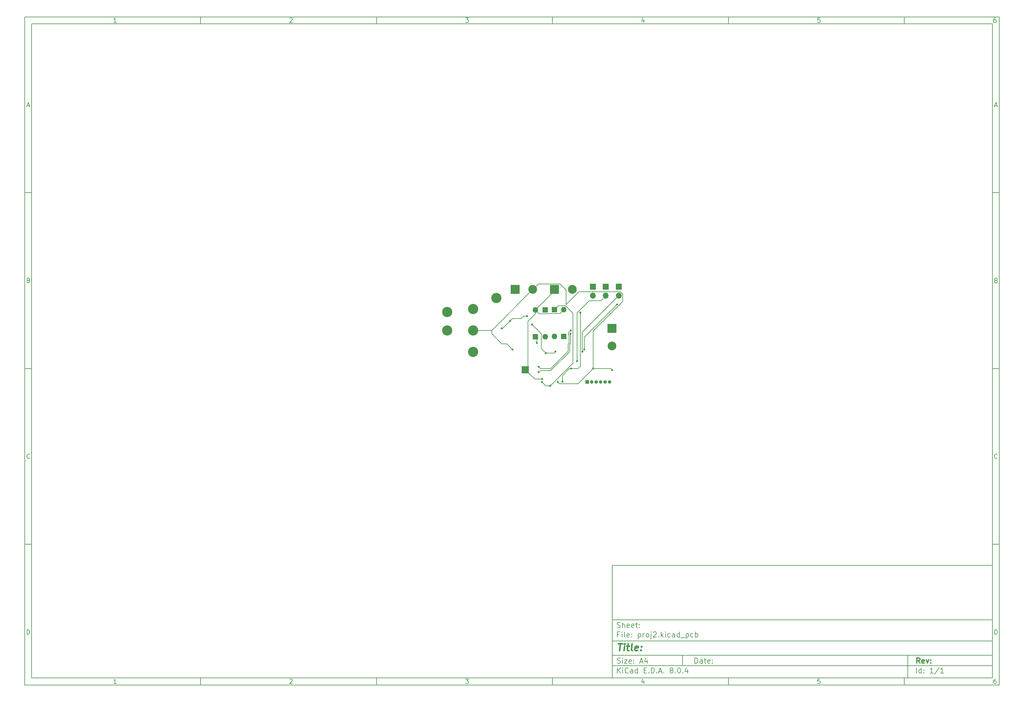
<source format=gbr>
%TF.GenerationSoftware,KiCad,Pcbnew,8.0.4*%
%TF.CreationDate,2024-08-22T11:34:41-04:00*%
%TF.ProjectId,proj2,70726f6a-322e-46b6-9963-61645f706362,rev?*%
%TF.SameCoordinates,Original*%
%TF.FileFunction,Copper,L2,Bot*%
%TF.FilePolarity,Positive*%
%FSLAX46Y46*%
G04 Gerber Fmt 4.6, Leading zero omitted, Abs format (unit mm)*
G04 Created by KiCad (PCBNEW 8.0.4) date 2024-08-22 11:34:41*
%MOMM*%
%LPD*%
G01*
G04 APERTURE LIST*
%ADD10C,0.100000*%
%ADD11C,0.150000*%
%ADD12C,0.300000*%
%ADD13C,0.400000*%
%TA.AperFunction,ComponentPad*%
%ADD14R,2.500000X2.500000*%
%TD*%
%TA.AperFunction,ComponentPad*%
%ADD15C,2.500000*%
%TD*%
%TA.AperFunction,ComponentPad*%
%ADD16R,1.600000X1.600000*%
%TD*%
%TA.AperFunction,ComponentPad*%
%ADD17O,1.600000X1.600000*%
%TD*%
%TA.AperFunction,ComponentPad*%
%ADD18C,2.900000*%
%TD*%
%TA.AperFunction,ComponentPad*%
%ADD19R,1.700000X1.700000*%
%TD*%
%TA.AperFunction,ComponentPad*%
%ADD20O,1.700000X1.700000*%
%TD*%
%TA.AperFunction,ComponentPad*%
%ADD21R,1.000000X1.000000*%
%TD*%
%TA.AperFunction,ComponentPad*%
%ADD22O,1.000000X1.000000*%
%TD*%
%TA.AperFunction,HeatsinkPad*%
%ADD23C,0.600000*%
%TD*%
%TA.AperFunction,HeatsinkPad*%
%ADD24R,2.100000X2.100000*%
%TD*%
%TA.AperFunction,ViaPad*%
%ADD25C,0.600000*%
%TD*%
%TA.AperFunction,Conductor*%
%ADD26C,0.200000*%
%TD*%
G04 APERTURE END LIST*
D10*
D11*
X177002200Y-166007200D02*
X285002200Y-166007200D01*
X285002200Y-198007200D01*
X177002200Y-198007200D01*
X177002200Y-166007200D01*
D10*
D11*
X10000000Y-10000000D02*
X287002200Y-10000000D01*
X287002200Y-200007200D01*
X10000000Y-200007200D01*
X10000000Y-10000000D01*
D10*
D11*
X12000000Y-12000000D02*
X285002200Y-12000000D01*
X285002200Y-198007200D01*
X12000000Y-198007200D01*
X12000000Y-12000000D01*
D10*
D11*
X60000000Y-12000000D02*
X60000000Y-10000000D01*
D10*
D11*
X110000000Y-12000000D02*
X110000000Y-10000000D01*
D10*
D11*
X160000000Y-12000000D02*
X160000000Y-10000000D01*
D10*
D11*
X210000000Y-12000000D02*
X210000000Y-10000000D01*
D10*
D11*
X260000000Y-12000000D02*
X260000000Y-10000000D01*
D10*
D11*
X36089160Y-11593604D02*
X35346303Y-11593604D01*
X35717731Y-11593604D02*
X35717731Y-10293604D01*
X35717731Y-10293604D02*
X35593922Y-10479319D01*
X35593922Y-10479319D02*
X35470112Y-10603128D01*
X35470112Y-10603128D02*
X35346303Y-10665033D01*
D10*
D11*
X85346303Y-10417414D02*
X85408207Y-10355509D01*
X85408207Y-10355509D02*
X85532017Y-10293604D01*
X85532017Y-10293604D02*
X85841541Y-10293604D01*
X85841541Y-10293604D02*
X85965350Y-10355509D01*
X85965350Y-10355509D02*
X86027255Y-10417414D01*
X86027255Y-10417414D02*
X86089160Y-10541223D01*
X86089160Y-10541223D02*
X86089160Y-10665033D01*
X86089160Y-10665033D02*
X86027255Y-10850747D01*
X86027255Y-10850747D02*
X85284398Y-11593604D01*
X85284398Y-11593604D02*
X86089160Y-11593604D01*
D10*
D11*
X135284398Y-10293604D02*
X136089160Y-10293604D01*
X136089160Y-10293604D02*
X135655826Y-10788842D01*
X135655826Y-10788842D02*
X135841541Y-10788842D01*
X135841541Y-10788842D02*
X135965350Y-10850747D01*
X135965350Y-10850747D02*
X136027255Y-10912652D01*
X136027255Y-10912652D02*
X136089160Y-11036461D01*
X136089160Y-11036461D02*
X136089160Y-11345985D01*
X136089160Y-11345985D02*
X136027255Y-11469795D01*
X136027255Y-11469795D02*
X135965350Y-11531700D01*
X135965350Y-11531700D02*
X135841541Y-11593604D01*
X135841541Y-11593604D02*
X135470112Y-11593604D01*
X135470112Y-11593604D02*
X135346303Y-11531700D01*
X135346303Y-11531700D02*
X135284398Y-11469795D01*
D10*
D11*
X185965350Y-10726938D02*
X185965350Y-11593604D01*
X185655826Y-10231700D02*
X185346303Y-11160271D01*
X185346303Y-11160271D02*
X186151064Y-11160271D01*
D10*
D11*
X236027255Y-10293604D02*
X235408207Y-10293604D01*
X235408207Y-10293604D02*
X235346303Y-10912652D01*
X235346303Y-10912652D02*
X235408207Y-10850747D01*
X235408207Y-10850747D02*
X235532017Y-10788842D01*
X235532017Y-10788842D02*
X235841541Y-10788842D01*
X235841541Y-10788842D02*
X235965350Y-10850747D01*
X235965350Y-10850747D02*
X236027255Y-10912652D01*
X236027255Y-10912652D02*
X236089160Y-11036461D01*
X236089160Y-11036461D02*
X236089160Y-11345985D01*
X236089160Y-11345985D02*
X236027255Y-11469795D01*
X236027255Y-11469795D02*
X235965350Y-11531700D01*
X235965350Y-11531700D02*
X235841541Y-11593604D01*
X235841541Y-11593604D02*
X235532017Y-11593604D01*
X235532017Y-11593604D02*
X235408207Y-11531700D01*
X235408207Y-11531700D02*
X235346303Y-11469795D01*
D10*
D11*
X285965350Y-10293604D02*
X285717731Y-10293604D01*
X285717731Y-10293604D02*
X285593922Y-10355509D01*
X285593922Y-10355509D02*
X285532017Y-10417414D01*
X285532017Y-10417414D02*
X285408207Y-10603128D01*
X285408207Y-10603128D02*
X285346303Y-10850747D01*
X285346303Y-10850747D02*
X285346303Y-11345985D01*
X285346303Y-11345985D02*
X285408207Y-11469795D01*
X285408207Y-11469795D02*
X285470112Y-11531700D01*
X285470112Y-11531700D02*
X285593922Y-11593604D01*
X285593922Y-11593604D02*
X285841541Y-11593604D01*
X285841541Y-11593604D02*
X285965350Y-11531700D01*
X285965350Y-11531700D02*
X286027255Y-11469795D01*
X286027255Y-11469795D02*
X286089160Y-11345985D01*
X286089160Y-11345985D02*
X286089160Y-11036461D01*
X286089160Y-11036461D02*
X286027255Y-10912652D01*
X286027255Y-10912652D02*
X285965350Y-10850747D01*
X285965350Y-10850747D02*
X285841541Y-10788842D01*
X285841541Y-10788842D02*
X285593922Y-10788842D01*
X285593922Y-10788842D02*
X285470112Y-10850747D01*
X285470112Y-10850747D02*
X285408207Y-10912652D01*
X285408207Y-10912652D02*
X285346303Y-11036461D01*
D10*
D11*
X60000000Y-198007200D02*
X60000000Y-200007200D01*
D10*
D11*
X110000000Y-198007200D02*
X110000000Y-200007200D01*
D10*
D11*
X160000000Y-198007200D02*
X160000000Y-200007200D01*
D10*
D11*
X210000000Y-198007200D02*
X210000000Y-200007200D01*
D10*
D11*
X260000000Y-198007200D02*
X260000000Y-200007200D01*
D10*
D11*
X36089160Y-199600804D02*
X35346303Y-199600804D01*
X35717731Y-199600804D02*
X35717731Y-198300804D01*
X35717731Y-198300804D02*
X35593922Y-198486519D01*
X35593922Y-198486519D02*
X35470112Y-198610328D01*
X35470112Y-198610328D02*
X35346303Y-198672233D01*
D10*
D11*
X85346303Y-198424614D02*
X85408207Y-198362709D01*
X85408207Y-198362709D02*
X85532017Y-198300804D01*
X85532017Y-198300804D02*
X85841541Y-198300804D01*
X85841541Y-198300804D02*
X85965350Y-198362709D01*
X85965350Y-198362709D02*
X86027255Y-198424614D01*
X86027255Y-198424614D02*
X86089160Y-198548423D01*
X86089160Y-198548423D02*
X86089160Y-198672233D01*
X86089160Y-198672233D02*
X86027255Y-198857947D01*
X86027255Y-198857947D02*
X85284398Y-199600804D01*
X85284398Y-199600804D02*
X86089160Y-199600804D01*
D10*
D11*
X135284398Y-198300804D02*
X136089160Y-198300804D01*
X136089160Y-198300804D02*
X135655826Y-198796042D01*
X135655826Y-198796042D02*
X135841541Y-198796042D01*
X135841541Y-198796042D02*
X135965350Y-198857947D01*
X135965350Y-198857947D02*
X136027255Y-198919852D01*
X136027255Y-198919852D02*
X136089160Y-199043661D01*
X136089160Y-199043661D02*
X136089160Y-199353185D01*
X136089160Y-199353185D02*
X136027255Y-199476995D01*
X136027255Y-199476995D02*
X135965350Y-199538900D01*
X135965350Y-199538900D02*
X135841541Y-199600804D01*
X135841541Y-199600804D02*
X135470112Y-199600804D01*
X135470112Y-199600804D02*
X135346303Y-199538900D01*
X135346303Y-199538900D02*
X135284398Y-199476995D01*
D10*
D11*
X185965350Y-198734138D02*
X185965350Y-199600804D01*
X185655826Y-198238900D02*
X185346303Y-199167471D01*
X185346303Y-199167471D02*
X186151064Y-199167471D01*
D10*
D11*
X236027255Y-198300804D02*
X235408207Y-198300804D01*
X235408207Y-198300804D02*
X235346303Y-198919852D01*
X235346303Y-198919852D02*
X235408207Y-198857947D01*
X235408207Y-198857947D02*
X235532017Y-198796042D01*
X235532017Y-198796042D02*
X235841541Y-198796042D01*
X235841541Y-198796042D02*
X235965350Y-198857947D01*
X235965350Y-198857947D02*
X236027255Y-198919852D01*
X236027255Y-198919852D02*
X236089160Y-199043661D01*
X236089160Y-199043661D02*
X236089160Y-199353185D01*
X236089160Y-199353185D02*
X236027255Y-199476995D01*
X236027255Y-199476995D02*
X235965350Y-199538900D01*
X235965350Y-199538900D02*
X235841541Y-199600804D01*
X235841541Y-199600804D02*
X235532017Y-199600804D01*
X235532017Y-199600804D02*
X235408207Y-199538900D01*
X235408207Y-199538900D02*
X235346303Y-199476995D01*
D10*
D11*
X285965350Y-198300804D02*
X285717731Y-198300804D01*
X285717731Y-198300804D02*
X285593922Y-198362709D01*
X285593922Y-198362709D02*
X285532017Y-198424614D01*
X285532017Y-198424614D02*
X285408207Y-198610328D01*
X285408207Y-198610328D02*
X285346303Y-198857947D01*
X285346303Y-198857947D02*
X285346303Y-199353185D01*
X285346303Y-199353185D02*
X285408207Y-199476995D01*
X285408207Y-199476995D02*
X285470112Y-199538900D01*
X285470112Y-199538900D02*
X285593922Y-199600804D01*
X285593922Y-199600804D02*
X285841541Y-199600804D01*
X285841541Y-199600804D02*
X285965350Y-199538900D01*
X285965350Y-199538900D02*
X286027255Y-199476995D01*
X286027255Y-199476995D02*
X286089160Y-199353185D01*
X286089160Y-199353185D02*
X286089160Y-199043661D01*
X286089160Y-199043661D02*
X286027255Y-198919852D01*
X286027255Y-198919852D02*
X285965350Y-198857947D01*
X285965350Y-198857947D02*
X285841541Y-198796042D01*
X285841541Y-198796042D02*
X285593922Y-198796042D01*
X285593922Y-198796042D02*
X285470112Y-198857947D01*
X285470112Y-198857947D02*
X285408207Y-198919852D01*
X285408207Y-198919852D02*
X285346303Y-199043661D01*
D10*
D11*
X10000000Y-60000000D02*
X12000000Y-60000000D01*
D10*
D11*
X10000000Y-110000000D02*
X12000000Y-110000000D01*
D10*
D11*
X10000000Y-160000000D02*
X12000000Y-160000000D01*
D10*
D11*
X10690476Y-35222176D02*
X11309523Y-35222176D01*
X10566666Y-35593604D02*
X10999999Y-34293604D01*
X10999999Y-34293604D02*
X11433333Y-35593604D01*
D10*
D11*
X11092857Y-84912652D02*
X11278571Y-84974557D01*
X11278571Y-84974557D02*
X11340476Y-85036461D01*
X11340476Y-85036461D02*
X11402380Y-85160271D01*
X11402380Y-85160271D02*
X11402380Y-85345985D01*
X11402380Y-85345985D02*
X11340476Y-85469795D01*
X11340476Y-85469795D02*
X11278571Y-85531700D01*
X11278571Y-85531700D02*
X11154761Y-85593604D01*
X11154761Y-85593604D02*
X10659523Y-85593604D01*
X10659523Y-85593604D02*
X10659523Y-84293604D01*
X10659523Y-84293604D02*
X11092857Y-84293604D01*
X11092857Y-84293604D02*
X11216666Y-84355509D01*
X11216666Y-84355509D02*
X11278571Y-84417414D01*
X11278571Y-84417414D02*
X11340476Y-84541223D01*
X11340476Y-84541223D02*
X11340476Y-84665033D01*
X11340476Y-84665033D02*
X11278571Y-84788842D01*
X11278571Y-84788842D02*
X11216666Y-84850747D01*
X11216666Y-84850747D02*
X11092857Y-84912652D01*
X11092857Y-84912652D02*
X10659523Y-84912652D01*
D10*
D11*
X11402380Y-135469795D02*
X11340476Y-135531700D01*
X11340476Y-135531700D02*
X11154761Y-135593604D01*
X11154761Y-135593604D02*
X11030952Y-135593604D01*
X11030952Y-135593604D02*
X10845238Y-135531700D01*
X10845238Y-135531700D02*
X10721428Y-135407890D01*
X10721428Y-135407890D02*
X10659523Y-135284080D01*
X10659523Y-135284080D02*
X10597619Y-135036461D01*
X10597619Y-135036461D02*
X10597619Y-134850747D01*
X10597619Y-134850747D02*
X10659523Y-134603128D01*
X10659523Y-134603128D02*
X10721428Y-134479319D01*
X10721428Y-134479319D02*
X10845238Y-134355509D01*
X10845238Y-134355509D02*
X11030952Y-134293604D01*
X11030952Y-134293604D02*
X11154761Y-134293604D01*
X11154761Y-134293604D02*
X11340476Y-134355509D01*
X11340476Y-134355509D02*
X11402380Y-134417414D01*
D10*
D11*
X10659523Y-185593604D02*
X10659523Y-184293604D01*
X10659523Y-184293604D02*
X10969047Y-184293604D01*
X10969047Y-184293604D02*
X11154761Y-184355509D01*
X11154761Y-184355509D02*
X11278571Y-184479319D01*
X11278571Y-184479319D02*
X11340476Y-184603128D01*
X11340476Y-184603128D02*
X11402380Y-184850747D01*
X11402380Y-184850747D02*
X11402380Y-185036461D01*
X11402380Y-185036461D02*
X11340476Y-185284080D01*
X11340476Y-185284080D02*
X11278571Y-185407890D01*
X11278571Y-185407890D02*
X11154761Y-185531700D01*
X11154761Y-185531700D02*
X10969047Y-185593604D01*
X10969047Y-185593604D02*
X10659523Y-185593604D01*
D10*
D11*
X287002200Y-60000000D02*
X285002200Y-60000000D01*
D10*
D11*
X287002200Y-110000000D02*
X285002200Y-110000000D01*
D10*
D11*
X287002200Y-160000000D02*
X285002200Y-160000000D01*
D10*
D11*
X285692676Y-35222176D02*
X286311723Y-35222176D01*
X285568866Y-35593604D02*
X286002199Y-34293604D01*
X286002199Y-34293604D02*
X286435533Y-35593604D01*
D10*
D11*
X286095057Y-84912652D02*
X286280771Y-84974557D01*
X286280771Y-84974557D02*
X286342676Y-85036461D01*
X286342676Y-85036461D02*
X286404580Y-85160271D01*
X286404580Y-85160271D02*
X286404580Y-85345985D01*
X286404580Y-85345985D02*
X286342676Y-85469795D01*
X286342676Y-85469795D02*
X286280771Y-85531700D01*
X286280771Y-85531700D02*
X286156961Y-85593604D01*
X286156961Y-85593604D02*
X285661723Y-85593604D01*
X285661723Y-85593604D02*
X285661723Y-84293604D01*
X285661723Y-84293604D02*
X286095057Y-84293604D01*
X286095057Y-84293604D02*
X286218866Y-84355509D01*
X286218866Y-84355509D02*
X286280771Y-84417414D01*
X286280771Y-84417414D02*
X286342676Y-84541223D01*
X286342676Y-84541223D02*
X286342676Y-84665033D01*
X286342676Y-84665033D02*
X286280771Y-84788842D01*
X286280771Y-84788842D02*
X286218866Y-84850747D01*
X286218866Y-84850747D02*
X286095057Y-84912652D01*
X286095057Y-84912652D02*
X285661723Y-84912652D01*
D10*
D11*
X286404580Y-135469795D02*
X286342676Y-135531700D01*
X286342676Y-135531700D02*
X286156961Y-135593604D01*
X286156961Y-135593604D02*
X286033152Y-135593604D01*
X286033152Y-135593604D02*
X285847438Y-135531700D01*
X285847438Y-135531700D02*
X285723628Y-135407890D01*
X285723628Y-135407890D02*
X285661723Y-135284080D01*
X285661723Y-135284080D02*
X285599819Y-135036461D01*
X285599819Y-135036461D02*
X285599819Y-134850747D01*
X285599819Y-134850747D02*
X285661723Y-134603128D01*
X285661723Y-134603128D02*
X285723628Y-134479319D01*
X285723628Y-134479319D02*
X285847438Y-134355509D01*
X285847438Y-134355509D02*
X286033152Y-134293604D01*
X286033152Y-134293604D02*
X286156961Y-134293604D01*
X286156961Y-134293604D02*
X286342676Y-134355509D01*
X286342676Y-134355509D02*
X286404580Y-134417414D01*
D10*
D11*
X285661723Y-185593604D02*
X285661723Y-184293604D01*
X285661723Y-184293604D02*
X285971247Y-184293604D01*
X285971247Y-184293604D02*
X286156961Y-184355509D01*
X286156961Y-184355509D02*
X286280771Y-184479319D01*
X286280771Y-184479319D02*
X286342676Y-184603128D01*
X286342676Y-184603128D02*
X286404580Y-184850747D01*
X286404580Y-184850747D02*
X286404580Y-185036461D01*
X286404580Y-185036461D02*
X286342676Y-185284080D01*
X286342676Y-185284080D02*
X286280771Y-185407890D01*
X286280771Y-185407890D02*
X286156961Y-185531700D01*
X286156961Y-185531700D02*
X285971247Y-185593604D01*
X285971247Y-185593604D02*
X285661723Y-185593604D01*
D10*
D11*
X200458026Y-193793328D02*
X200458026Y-192293328D01*
X200458026Y-192293328D02*
X200815169Y-192293328D01*
X200815169Y-192293328D02*
X201029455Y-192364757D01*
X201029455Y-192364757D02*
X201172312Y-192507614D01*
X201172312Y-192507614D02*
X201243741Y-192650471D01*
X201243741Y-192650471D02*
X201315169Y-192936185D01*
X201315169Y-192936185D02*
X201315169Y-193150471D01*
X201315169Y-193150471D02*
X201243741Y-193436185D01*
X201243741Y-193436185D02*
X201172312Y-193579042D01*
X201172312Y-193579042D02*
X201029455Y-193721900D01*
X201029455Y-193721900D02*
X200815169Y-193793328D01*
X200815169Y-193793328D02*
X200458026Y-193793328D01*
X202600884Y-193793328D02*
X202600884Y-193007614D01*
X202600884Y-193007614D02*
X202529455Y-192864757D01*
X202529455Y-192864757D02*
X202386598Y-192793328D01*
X202386598Y-192793328D02*
X202100884Y-192793328D01*
X202100884Y-192793328D02*
X201958026Y-192864757D01*
X202600884Y-193721900D02*
X202458026Y-193793328D01*
X202458026Y-193793328D02*
X202100884Y-193793328D01*
X202100884Y-193793328D02*
X201958026Y-193721900D01*
X201958026Y-193721900D02*
X201886598Y-193579042D01*
X201886598Y-193579042D02*
X201886598Y-193436185D01*
X201886598Y-193436185D02*
X201958026Y-193293328D01*
X201958026Y-193293328D02*
X202100884Y-193221900D01*
X202100884Y-193221900D02*
X202458026Y-193221900D01*
X202458026Y-193221900D02*
X202600884Y-193150471D01*
X203100884Y-192793328D02*
X203672312Y-192793328D01*
X203315169Y-192293328D02*
X203315169Y-193579042D01*
X203315169Y-193579042D02*
X203386598Y-193721900D01*
X203386598Y-193721900D02*
X203529455Y-193793328D01*
X203529455Y-193793328D02*
X203672312Y-193793328D01*
X204743741Y-193721900D02*
X204600884Y-193793328D01*
X204600884Y-193793328D02*
X204315170Y-193793328D01*
X204315170Y-193793328D02*
X204172312Y-193721900D01*
X204172312Y-193721900D02*
X204100884Y-193579042D01*
X204100884Y-193579042D02*
X204100884Y-193007614D01*
X204100884Y-193007614D02*
X204172312Y-192864757D01*
X204172312Y-192864757D02*
X204315170Y-192793328D01*
X204315170Y-192793328D02*
X204600884Y-192793328D01*
X204600884Y-192793328D02*
X204743741Y-192864757D01*
X204743741Y-192864757D02*
X204815170Y-193007614D01*
X204815170Y-193007614D02*
X204815170Y-193150471D01*
X204815170Y-193150471D02*
X204100884Y-193293328D01*
X205458026Y-193650471D02*
X205529455Y-193721900D01*
X205529455Y-193721900D02*
X205458026Y-193793328D01*
X205458026Y-193793328D02*
X205386598Y-193721900D01*
X205386598Y-193721900D02*
X205458026Y-193650471D01*
X205458026Y-193650471D02*
X205458026Y-193793328D01*
X205458026Y-192864757D02*
X205529455Y-192936185D01*
X205529455Y-192936185D02*
X205458026Y-193007614D01*
X205458026Y-193007614D02*
X205386598Y-192936185D01*
X205386598Y-192936185D02*
X205458026Y-192864757D01*
X205458026Y-192864757D02*
X205458026Y-193007614D01*
D10*
D11*
X177002200Y-194507200D02*
X285002200Y-194507200D01*
D10*
D11*
X178458026Y-196593328D02*
X178458026Y-195093328D01*
X179315169Y-196593328D02*
X178672312Y-195736185D01*
X179315169Y-195093328D02*
X178458026Y-195950471D01*
X179958026Y-196593328D02*
X179958026Y-195593328D01*
X179958026Y-195093328D02*
X179886598Y-195164757D01*
X179886598Y-195164757D02*
X179958026Y-195236185D01*
X179958026Y-195236185D02*
X180029455Y-195164757D01*
X180029455Y-195164757D02*
X179958026Y-195093328D01*
X179958026Y-195093328D02*
X179958026Y-195236185D01*
X181529455Y-196450471D02*
X181458027Y-196521900D01*
X181458027Y-196521900D02*
X181243741Y-196593328D01*
X181243741Y-196593328D02*
X181100884Y-196593328D01*
X181100884Y-196593328D02*
X180886598Y-196521900D01*
X180886598Y-196521900D02*
X180743741Y-196379042D01*
X180743741Y-196379042D02*
X180672312Y-196236185D01*
X180672312Y-196236185D02*
X180600884Y-195950471D01*
X180600884Y-195950471D02*
X180600884Y-195736185D01*
X180600884Y-195736185D02*
X180672312Y-195450471D01*
X180672312Y-195450471D02*
X180743741Y-195307614D01*
X180743741Y-195307614D02*
X180886598Y-195164757D01*
X180886598Y-195164757D02*
X181100884Y-195093328D01*
X181100884Y-195093328D02*
X181243741Y-195093328D01*
X181243741Y-195093328D02*
X181458027Y-195164757D01*
X181458027Y-195164757D02*
X181529455Y-195236185D01*
X182815170Y-196593328D02*
X182815170Y-195807614D01*
X182815170Y-195807614D02*
X182743741Y-195664757D01*
X182743741Y-195664757D02*
X182600884Y-195593328D01*
X182600884Y-195593328D02*
X182315170Y-195593328D01*
X182315170Y-195593328D02*
X182172312Y-195664757D01*
X182815170Y-196521900D02*
X182672312Y-196593328D01*
X182672312Y-196593328D02*
X182315170Y-196593328D01*
X182315170Y-196593328D02*
X182172312Y-196521900D01*
X182172312Y-196521900D02*
X182100884Y-196379042D01*
X182100884Y-196379042D02*
X182100884Y-196236185D01*
X182100884Y-196236185D02*
X182172312Y-196093328D01*
X182172312Y-196093328D02*
X182315170Y-196021900D01*
X182315170Y-196021900D02*
X182672312Y-196021900D01*
X182672312Y-196021900D02*
X182815170Y-195950471D01*
X184172313Y-196593328D02*
X184172313Y-195093328D01*
X184172313Y-196521900D02*
X184029455Y-196593328D01*
X184029455Y-196593328D02*
X183743741Y-196593328D01*
X183743741Y-196593328D02*
X183600884Y-196521900D01*
X183600884Y-196521900D02*
X183529455Y-196450471D01*
X183529455Y-196450471D02*
X183458027Y-196307614D01*
X183458027Y-196307614D02*
X183458027Y-195879042D01*
X183458027Y-195879042D02*
X183529455Y-195736185D01*
X183529455Y-195736185D02*
X183600884Y-195664757D01*
X183600884Y-195664757D02*
X183743741Y-195593328D01*
X183743741Y-195593328D02*
X184029455Y-195593328D01*
X184029455Y-195593328D02*
X184172313Y-195664757D01*
X186029455Y-195807614D02*
X186529455Y-195807614D01*
X186743741Y-196593328D02*
X186029455Y-196593328D01*
X186029455Y-196593328D02*
X186029455Y-195093328D01*
X186029455Y-195093328D02*
X186743741Y-195093328D01*
X187386598Y-196450471D02*
X187458027Y-196521900D01*
X187458027Y-196521900D02*
X187386598Y-196593328D01*
X187386598Y-196593328D02*
X187315170Y-196521900D01*
X187315170Y-196521900D02*
X187386598Y-196450471D01*
X187386598Y-196450471D02*
X187386598Y-196593328D01*
X188100884Y-196593328D02*
X188100884Y-195093328D01*
X188100884Y-195093328D02*
X188458027Y-195093328D01*
X188458027Y-195093328D02*
X188672313Y-195164757D01*
X188672313Y-195164757D02*
X188815170Y-195307614D01*
X188815170Y-195307614D02*
X188886599Y-195450471D01*
X188886599Y-195450471D02*
X188958027Y-195736185D01*
X188958027Y-195736185D02*
X188958027Y-195950471D01*
X188958027Y-195950471D02*
X188886599Y-196236185D01*
X188886599Y-196236185D02*
X188815170Y-196379042D01*
X188815170Y-196379042D02*
X188672313Y-196521900D01*
X188672313Y-196521900D02*
X188458027Y-196593328D01*
X188458027Y-196593328D02*
X188100884Y-196593328D01*
X189600884Y-196450471D02*
X189672313Y-196521900D01*
X189672313Y-196521900D02*
X189600884Y-196593328D01*
X189600884Y-196593328D02*
X189529456Y-196521900D01*
X189529456Y-196521900D02*
X189600884Y-196450471D01*
X189600884Y-196450471D02*
X189600884Y-196593328D01*
X190243742Y-196164757D02*
X190958028Y-196164757D01*
X190100885Y-196593328D02*
X190600885Y-195093328D01*
X190600885Y-195093328D02*
X191100885Y-196593328D01*
X191600884Y-196450471D02*
X191672313Y-196521900D01*
X191672313Y-196521900D02*
X191600884Y-196593328D01*
X191600884Y-196593328D02*
X191529456Y-196521900D01*
X191529456Y-196521900D02*
X191600884Y-196450471D01*
X191600884Y-196450471D02*
X191600884Y-196593328D01*
X193672313Y-195736185D02*
X193529456Y-195664757D01*
X193529456Y-195664757D02*
X193458027Y-195593328D01*
X193458027Y-195593328D02*
X193386599Y-195450471D01*
X193386599Y-195450471D02*
X193386599Y-195379042D01*
X193386599Y-195379042D02*
X193458027Y-195236185D01*
X193458027Y-195236185D02*
X193529456Y-195164757D01*
X193529456Y-195164757D02*
X193672313Y-195093328D01*
X193672313Y-195093328D02*
X193958027Y-195093328D01*
X193958027Y-195093328D02*
X194100885Y-195164757D01*
X194100885Y-195164757D02*
X194172313Y-195236185D01*
X194172313Y-195236185D02*
X194243742Y-195379042D01*
X194243742Y-195379042D02*
X194243742Y-195450471D01*
X194243742Y-195450471D02*
X194172313Y-195593328D01*
X194172313Y-195593328D02*
X194100885Y-195664757D01*
X194100885Y-195664757D02*
X193958027Y-195736185D01*
X193958027Y-195736185D02*
X193672313Y-195736185D01*
X193672313Y-195736185D02*
X193529456Y-195807614D01*
X193529456Y-195807614D02*
X193458027Y-195879042D01*
X193458027Y-195879042D02*
X193386599Y-196021900D01*
X193386599Y-196021900D02*
X193386599Y-196307614D01*
X193386599Y-196307614D02*
X193458027Y-196450471D01*
X193458027Y-196450471D02*
X193529456Y-196521900D01*
X193529456Y-196521900D02*
X193672313Y-196593328D01*
X193672313Y-196593328D02*
X193958027Y-196593328D01*
X193958027Y-196593328D02*
X194100885Y-196521900D01*
X194100885Y-196521900D02*
X194172313Y-196450471D01*
X194172313Y-196450471D02*
X194243742Y-196307614D01*
X194243742Y-196307614D02*
X194243742Y-196021900D01*
X194243742Y-196021900D02*
X194172313Y-195879042D01*
X194172313Y-195879042D02*
X194100885Y-195807614D01*
X194100885Y-195807614D02*
X193958027Y-195736185D01*
X194886598Y-196450471D02*
X194958027Y-196521900D01*
X194958027Y-196521900D02*
X194886598Y-196593328D01*
X194886598Y-196593328D02*
X194815170Y-196521900D01*
X194815170Y-196521900D02*
X194886598Y-196450471D01*
X194886598Y-196450471D02*
X194886598Y-196593328D01*
X195886599Y-195093328D02*
X196029456Y-195093328D01*
X196029456Y-195093328D02*
X196172313Y-195164757D01*
X196172313Y-195164757D02*
X196243742Y-195236185D01*
X196243742Y-195236185D02*
X196315170Y-195379042D01*
X196315170Y-195379042D02*
X196386599Y-195664757D01*
X196386599Y-195664757D02*
X196386599Y-196021900D01*
X196386599Y-196021900D02*
X196315170Y-196307614D01*
X196315170Y-196307614D02*
X196243742Y-196450471D01*
X196243742Y-196450471D02*
X196172313Y-196521900D01*
X196172313Y-196521900D02*
X196029456Y-196593328D01*
X196029456Y-196593328D02*
X195886599Y-196593328D01*
X195886599Y-196593328D02*
X195743742Y-196521900D01*
X195743742Y-196521900D02*
X195672313Y-196450471D01*
X195672313Y-196450471D02*
X195600884Y-196307614D01*
X195600884Y-196307614D02*
X195529456Y-196021900D01*
X195529456Y-196021900D02*
X195529456Y-195664757D01*
X195529456Y-195664757D02*
X195600884Y-195379042D01*
X195600884Y-195379042D02*
X195672313Y-195236185D01*
X195672313Y-195236185D02*
X195743742Y-195164757D01*
X195743742Y-195164757D02*
X195886599Y-195093328D01*
X197029455Y-196450471D02*
X197100884Y-196521900D01*
X197100884Y-196521900D02*
X197029455Y-196593328D01*
X197029455Y-196593328D02*
X196958027Y-196521900D01*
X196958027Y-196521900D02*
X197029455Y-196450471D01*
X197029455Y-196450471D02*
X197029455Y-196593328D01*
X198386599Y-195593328D02*
X198386599Y-196593328D01*
X198029456Y-195021900D02*
X197672313Y-196093328D01*
X197672313Y-196093328D02*
X198600884Y-196093328D01*
D10*
D11*
X177002200Y-191507200D02*
X285002200Y-191507200D01*
D10*
D12*
X264413853Y-193785528D02*
X263913853Y-193071242D01*
X263556710Y-193785528D02*
X263556710Y-192285528D01*
X263556710Y-192285528D02*
X264128139Y-192285528D01*
X264128139Y-192285528D02*
X264270996Y-192356957D01*
X264270996Y-192356957D02*
X264342425Y-192428385D01*
X264342425Y-192428385D02*
X264413853Y-192571242D01*
X264413853Y-192571242D02*
X264413853Y-192785528D01*
X264413853Y-192785528D02*
X264342425Y-192928385D01*
X264342425Y-192928385D02*
X264270996Y-192999814D01*
X264270996Y-192999814D02*
X264128139Y-193071242D01*
X264128139Y-193071242D02*
X263556710Y-193071242D01*
X265628139Y-193714100D02*
X265485282Y-193785528D01*
X265485282Y-193785528D02*
X265199568Y-193785528D01*
X265199568Y-193785528D02*
X265056710Y-193714100D01*
X265056710Y-193714100D02*
X264985282Y-193571242D01*
X264985282Y-193571242D02*
X264985282Y-192999814D01*
X264985282Y-192999814D02*
X265056710Y-192856957D01*
X265056710Y-192856957D02*
X265199568Y-192785528D01*
X265199568Y-192785528D02*
X265485282Y-192785528D01*
X265485282Y-192785528D02*
X265628139Y-192856957D01*
X265628139Y-192856957D02*
X265699568Y-192999814D01*
X265699568Y-192999814D02*
X265699568Y-193142671D01*
X265699568Y-193142671D02*
X264985282Y-193285528D01*
X266199567Y-192785528D02*
X266556710Y-193785528D01*
X266556710Y-193785528D02*
X266913853Y-192785528D01*
X267485281Y-193642671D02*
X267556710Y-193714100D01*
X267556710Y-193714100D02*
X267485281Y-193785528D01*
X267485281Y-193785528D02*
X267413853Y-193714100D01*
X267413853Y-193714100D02*
X267485281Y-193642671D01*
X267485281Y-193642671D02*
X267485281Y-193785528D01*
X267485281Y-192856957D02*
X267556710Y-192928385D01*
X267556710Y-192928385D02*
X267485281Y-192999814D01*
X267485281Y-192999814D02*
X267413853Y-192928385D01*
X267413853Y-192928385D02*
X267485281Y-192856957D01*
X267485281Y-192856957D02*
X267485281Y-192999814D01*
D10*
D11*
X178386598Y-193721900D02*
X178600884Y-193793328D01*
X178600884Y-193793328D02*
X178958026Y-193793328D01*
X178958026Y-193793328D02*
X179100884Y-193721900D01*
X179100884Y-193721900D02*
X179172312Y-193650471D01*
X179172312Y-193650471D02*
X179243741Y-193507614D01*
X179243741Y-193507614D02*
X179243741Y-193364757D01*
X179243741Y-193364757D02*
X179172312Y-193221900D01*
X179172312Y-193221900D02*
X179100884Y-193150471D01*
X179100884Y-193150471D02*
X178958026Y-193079042D01*
X178958026Y-193079042D02*
X178672312Y-193007614D01*
X178672312Y-193007614D02*
X178529455Y-192936185D01*
X178529455Y-192936185D02*
X178458026Y-192864757D01*
X178458026Y-192864757D02*
X178386598Y-192721900D01*
X178386598Y-192721900D02*
X178386598Y-192579042D01*
X178386598Y-192579042D02*
X178458026Y-192436185D01*
X178458026Y-192436185D02*
X178529455Y-192364757D01*
X178529455Y-192364757D02*
X178672312Y-192293328D01*
X178672312Y-192293328D02*
X179029455Y-192293328D01*
X179029455Y-192293328D02*
X179243741Y-192364757D01*
X179886597Y-193793328D02*
X179886597Y-192793328D01*
X179886597Y-192293328D02*
X179815169Y-192364757D01*
X179815169Y-192364757D02*
X179886597Y-192436185D01*
X179886597Y-192436185D02*
X179958026Y-192364757D01*
X179958026Y-192364757D02*
X179886597Y-192293328D01*
X179886597Y-192293328D02*
X179886597Y-192436185D01*
X180458026Y-192793328D02*
X181243741Y-192793328D01*
X181243741Y-192793328D02*
X180458026Y-193793328D01*
X180458026Y-193793328D02*
X181243741Y-193793328D01*
X182386598Y-193721900D02*
X182243741Y-193793328D01*
X182243741Y-193793328D02*
X181958027Y-193793328D01*
X181958027Y-193793328D02*
X181815169Y-193721900D01*
X181815169Y-193721900D02*
X181743741Y-193579042D01*
X181743741Y-193579042D02*
X181743741Y-193007614D01*
X181743741Y-193007614D02*
X181815169Y-192864757D01*
X181815169Y-192864757D02*
X181958027Y-192793328D01*
X181958027Y-192793328D02*
X182243741Y-192793328D01*
X182243741Y-192793328D02*
X182386598Y-192864757D01*
X182386598Y-192864757D02*
X182458027Y-193007614D01*
X182458027Y-193007614D02*
X182458027Y-193150471D01*
X182458027Y-193150471D02*
X181743741Y-193293328D01*
X183100883Y-193650471D02*
X183172312Y-193721900D01*
X183172312Y-193721900D02*
X183100883Y-193793328D01*
X183100883Y-193793328D02*
X183029455Y-193721900D01*
X183029455Y-193721900D02*
X183100883Y-193650471D01*
X183100883Y-193650471D02*
X183100883Y-193793328D01*
X183100883Y-192864757D02*
X183172312Y-192936185D01*
X183172312Y-192936185D02*
X183100883Y-193007614D01*
X183100883Y-193007614D02*
X183029455Y-192936185D01*
X183029455Y-192936185D02*
X183100883Y-192864757D01*
X183100883Y-192864757D02*
X183100883Y-193007614D01*
X184886598Y-193364757D02*
X185600884Y-193364757D01*
X184743741Y-193793328D02*
X185243741Y-192293328D01*
X185243741Y-192293328D02*
X185743741Y-193793328D01*
X186886598Y-192793328D02*
X186886598Y-193793328D01*
X186529455Y-192221900D02*
X186172312Y-193293328D01*
X186172312Y-193293328D02*
X187100883Y-193293328D01*
D10*
D11*
X263458026Y-196593328D02*
X263458026Y-195093328D01*
X264815170Y-196593328D02*
X264815170Y-195093328D01*
X264815170Y-196521900D02*
X264672312Y-196593328D01*
X264672312Y-196593328D02*
X264386598Y-196593328D01*
X264386598Y-196593328D02*
X264243741Y-196521900D01*
X264243741Y-196521900D02*
X264172312Y-196450471D01*
X264172312Y-196450471D02*
X264100884Y-196307614D01*
X264100884Y-196307614D02*
X264100884Y-195879042D01*
X264100884Y-195879042D02*
X264172312Y-195736185D01*
X264172312Y-195736185D02*
X264243741Y-195664757D01*
X264243741Y-195664757D02*
X264386598Y-195593328D01*
X264386598Y-195593328D02*
X264672312Y-195593328D01*
X264672312Y-195593328D02*
X264815170Y-195664757D01*
X265529455Y-196450471D02*
X265600884Y-196521900D01*
X265600884Y-196521900D02*
X265529455Y-196593328D01*
X265529455Y-196593328D02*
X265458027Y-196521900D01*
X265458027Y-196521900D02*
X265529455Y-196450471D01*
X265529455Y-196450471D02*
X265529455Y-196593328D01*
X265529455Y-195664757D02*
X265600884Y-195736185D01*
X265600884Y-195736185D02*
X265529455Y-195807614D01*
X265529455Y-195807614D02*
X265458027Y-195736185D01*
X265458027Y-195736185D02*
X265529455Y-195664757D01*
X265529455Y-195664757D02*
X265529455Y-195807614D01*
X268172313Y-196593328D02*
X267315170Y-196593328D01*
X267743741Y-196593328D02*
X267743741Y-195093328D01*
X267743741Y-195093328D02*
X267600884Y-195307614D01*
X267600884Y-195307614D02*
X267458027Y-195450471D01*
X267458027Y-195450471D02*
X267315170Y-195521900D01*
X269886598Y-195021900D02*
X268600884Y-196950471D01*
X271172313Y-196593328D02*
X270315170Y-196593328D01*
X270743741Y-196593328D02*
X270743741Y-195093328D01*
X270743741Y-195093328D02*
X270600884Y-195307614D01*
X270600884Y-195307614D02*
X270458027Y-195450471D01*
X270458027Y-195450471D02*
X270315170Y-195521900D01*
D10*
D11*
X177002200Y-187507200D02*
X285002200Y-187507200D01*
D10*
D13*
X178693928Y-188211638D02*
X179836785Y-188211638D01*
X179015357Y-190211638D02*
X179265357Y-188211638D01*
X180253452Y-190211638D02*
X180420119Y-188878304D01*
X180503452Y-188211638D02*
X180396309Y-188306876D01*
X180396309Y-188306876D02*
X180479643Y-188402114D01*
X180479643Y-188402114D02*
X180586786Y-188306876D01*
X180586786Y-188306876D02*
X180503452Y-188211638D01*
X180503452Y-188211638D02*
X180479643Y-188402114D01*
X181086786Y-188878304D02*
X181848690Y-188878304D01*
X181455833Y-188211638D02*
X181241548Y-189925923D01*
X181241548Y-189925923D02*
X181312976Y-190116400D01*
X181312976Y-190116400D02*
X181491548Y-190211638D01*
X181491548Y-190211638D02*
X181682024Y-190211638D01*
X182634405Y-190211638D02*
X182455833Y-190116400D01*
X182455833Y-190116400D02*
X182384405Y-189925923D01*
X182384405Y-189925923D02*
X182598690Y-188211638D01*
X184170119Y-190116400D02*
X183967738Y-190211638D01*
X183967738Y-190211638D02*
X183586785Y-190211638D01*
X183586785Y-190211638D02*
X183408214Y-190116400D01*
X183408214Y-190116400D02*
X183336785Y-189925923D01*
X183336785Y-189925923D02*
X183432024Y-189164019D01*
X183432024Y-189164019D02*
X183551071Y-188973542D01*
X183551071Y-188973542D02*
X183753452Y-188878304D01*
X183753452Y-188878304D02*
X184134404Y-188878304D01*
X184134404Y-188878304D02*
X184312976Y-188973542D01*
X184312976Y-188973542D02*
X184384404Y-189164019D01*
X184384404Y-189164019D02*
X184360595Y-189354495D01*
X184360595Y-189354495D02*
X183384404Y-189544971D01*
X185134405Y-190021161D02*
X185217738Y-190116400D01*
X185217738Y-190116400D02*
X185110595Y-190211638D01*
X185110595Y-190211638D02*
X185027262Y-190116400D01*
X185027262Y-190116400D02*
X185134405Y-190021161D01*
X185134405Y-190021161D02*
X185110595Y-190211638D01*
X185265357Y-188973542D02*
X185348690Y-189068780D01*
X185348690Y-189068780D02*
X185241548Y-189164019D01*
X185241548Y-189164019D02*
X185158214Y-189068780D01*
X185158214Y-189068780D02*
X185265357Y-188973542D01*
X185265357Y-188973542D02*
X185241548Y-189164019D01*
D10*
D11*
X178958026Y-185607614D02*
X178458026Y-185607614D01*
X178458026Y-186393328D02*
X178458026Y-184893328D01*
X178458026Y-184893328D02*
X179172312Y-184893328D01*
X179743740Y-186393328D02*
X179743740Y-185393328D01*
X179743740Y-184893328D02*
X179672312Y-184964757D01*
X179672312Y-184964757D02*
X179743740Y-185036185D01*
X179743740Y-185036185D02*
X179815169Y-184964757D01*
X179815169Y-184964757D02*
X179743740Y-184893328D01*
X179743740Y-184893328D02*
X179743740Y-185036185D01*
X180672312Y-186393328D02*
X180529455Y-186321900D01*
X180529455Y-186321900D02*
X180458026Y-186179042D01*
X180458026Y-186179042D02*
X180458026Y-184893328D01*
X181815169Y-186321900D02*
X181672312Y-186393328D01*
X181672312Y-186393328D02*
X181386598Y-186393328D01*
X181386598Y-186393328D02*
X181243740Y-186321900D01*
X181243740Y-186321900D02*
X181172312Y-186179042D01*
X181172312Y-186179042D02*
X181172312Y-185607614D01*
X181172312Y-185607614D02*
X181243740Y-185464757D01*
X181243740Y-185464757D02*
X181386598Y-185393328D01*
X181386598Y-185393328D02*
X181672312Y-185393328D01*
X181672312Y-185393328D02*
X181815169Y-185464757D01*
X181815169Y-185464757D02*
X181886598Y-185607614D01*
X181886598Y-185607614D02*
X181886598Y-185750471D01*
X181886598Y-185750471D02*
X181172312Y-185893328D01*
X182529454Y-186250471D02*
X182600883Y-186321900D01*
X182600883Y-186321900D02*
X182529454Y-186393328D01*
X182529454Y-186393328D02*
X182458026Y-186321900D01*
X182458026Y-186321900D02*
X182529454Y-186250471D01*
X182529454Y-186250471D02*
X182529454Y-186393328D01*
X182529454Y-185464757D02*
X182600883Y-185536185D01*
X182600883Y-185536185D02*
X182529454Y-185607614D01*
X182529454Y-185607614D02*
X182458026Y-185536185D01*
X182458026Y-185536185D02*
X182529454Y-185464757D01*
X182529454Y-185464757D02*
X182529454Y-185607614D01*
X184386597Y-185393328D02*
X184386597Y-186893328D01*
X184386597Y-185464757D02*
X184529455Y-185393328D01*
X184529455Y-185393328D02*
X184815169Y-185393328D01*
X184815169Y-185393328D02*
X184958026Y-185464757D01*
X184958026Y-185464757D02*
X185029455Y-185536185D01*
X185029455Y-185536185D02*
X185100883Y-185679042D01*
X185100883Y-185679042D02*
X185100883Y-186107614D01*
X185100883Y-186107614D02*
X185029455Y-186250471D01*
X185029455Y-186250471D02*
X184958026Y-186321900D01*
X184958026Y-186321900D02*
X184815169Y-186393328D01*
X184815169Y-186393328D02*
X184529455Y-186393328D01*
X184529455Y-186393328D02*
X184386597Y-186321900D01*
X185743740Y-186393328D02*
X185743740Y-185393328D01*
X185743740Y-185679042D02*
X185815169Y-185536185D01*
X185815169Y-185536185D02*
X185886598Y-185464757D01*
X185886598Y-185464757D02*
X186029455Y-185393328D01*
X186029455Y-185393328D02*
X186172312Y-185393328D01*
X186886597Y-186393328D02*
X186743740Y-186321900D01*
X186743740Y-186321900D02*
X186672311Y-186250471D01*
X186672311Y-186250471D02*
X186600883Y-186107614D01*
X186600883Y-186107614D02*
X186600883Y-185679042D01*
X186600883Y-185679042D02*
X186672311Y-185536185D01*
X186672311Y-185536185D02*
X186743740Y-185464757D01*
X186743740Y-185464757D02*
X186886597Y-185393328D01*
X186886597Y-185393328D02*
X187100883Y-185393328D01*
X187100883Y-185393328D02*
X187243740Y-185464757D01*
X187243740Y-185464757D02*
X187315169Y-185536185D01*
X187315169Y-185536185D02*
X187386597Y-185679042D01*
X187386597Y-185679042D02*
X187386597Y-186107614D01*
X187386597Y-186107614D02*
X187315169Y-186250471D01*
X187315169Y-186250471D02*
X187243740Y-186321900D01*
X187243740Y-186321900D02*
X187100883Y-186393328D01*
X187100883Y-186393328D02*
X186886597Y-186393328D01*
X188029454Y-185393328D02*
X188029454Y-186679042D01*
X188029454Y-186679042D02*
X187958026Y-186821900D01*
X187958026Y-186821900D02*
X187815169Y-186893328D01*
X187815169Y-186893328D02*
X187743740Y-186893328D01*
X188029454Y-184893328D02*
X187958026Y-184964757D01*
X187958026Y-184964757D02*
X188029454Y-185036185D01*
X188029454Y-185036185D02*
X188100883Y-184964757D01*
X188100883Y-184964757D02*
X188029454Y-184893328D01*
X188029454Y-184893328D02*
X188029454Y-185036185D01*
X188672312Y-185036185D02*
X188743740Y-184964757D01*
X188743740Y-184964757D02*
X188886598Y-184893328D01*
X188886598Y-184893328D02*
X189243740Y-184893328D01*
X189243740Y-184893328D02*
X189386598Y-184964757D01*
X189386598Y-184964757D02*
X189458026Y-185036185D01*
X189458026Y-185036185D02*
X189529455Y-185179042D01*
X189529455Y-185179042D02*
X189529455Y-185321900D01*
X189529455Y-185321900D02*
X189458026Y-185536185D01*
X189458026Y-185536185D02*
X188600883Y-186393328D01*
X188600883Y-186393328D02*
X189529455Y-186393328D01*
X190172311Y-186250471D02*
X190243740Y-186321900D01*
X190243740Y-186321900D02*
X190172311Y-186393328D01*
X190172311Y-186393328D02*
X190100883Y-186321900D01*
X190100883Y-186321900D02*
X190172311Y-186250471D01*
X190172311Y-186250471D02*
X190172311Y-186393328D01*
X190886597Y-186393328D02*
X190886597Y-184893328D01*
X191029455Y-185821900D02*
X191458026Y-186393328D01*
X191458026Y-185393328D02*
X190886597Y-185964757D01*
X192100883Y-186393328D02*
X192100883Y-185393328D01*
X192100883Y-184893328D02*
X192029455Y-184964757D01*
X192029455Y-184964757D02*
X192100883Y-185036185D01*
X192100883Y-185036185D02*
X192172312Y-184964757D01*
X192172312Y-184964757D02*
X192100883Y-184893328D01*
X192100883Y-184893328D02*
X192100883Y-185036185D01*
X193458027Y-186321900D02*
X193315169Y-186393328D01*
X193315169Y-186393328D02*
X193029455Y-186393328D01*
X193029455Y-186393328D02*
X192886598Y-186321900D01*
X192886598Y-186321900D02*
X192815169Y-186250471D01*
X192815169Y-186250471D02*
X192743741Y-186107614D01*
X192743741Y-186107614D02*
X192743741Y-185679042D01*
X192743741Y-185679042D02*
X192815169Y-185536185D01*
X192815169Y-185536185D02*
X192886598Y-185464757D01*
X192886598Y-185464757D02*
X193029455Y-185393328D01*
X193029455Y-185393328D02*
X193315169Y-185393328D01*
X193315169Y-185393328D02*
X193458027Y-185464757D01*
X194743741Y-186393328D02*
X194743741Y-185607614D01*
X194743741Y-185607614D02*
X194672312Y-185464757D01*
X194672312Y-185464757D02*
X194529455Y-185393328D01*
X194529455Y-185393328D02*
X194243741Y-185393328D01*
X194243741Y-185393328D02*
X194100883Y-185464757D01*
X194743741Y-186321900D02*
X194600883Y-186393328D01*
X194600883Y-186393328D02*
X194243741Y-186393328D01*
X194243741Y-186393328D02*
X194100883Y-186321900D01*
X194100883Y-186321900D02*
X194029455Y-186179042D01*
X194029455Y-186179042D02*
X194029455Y-186036185D01*
X194029455Y-186036185D02*
X194100883Y-185893328D01*
X194100883Y-185893328D02*
X194243741Y-185821900D01*
X194243741Y-185821900D02*
X194600883Y-185821900D01*
X194600883Y-185821900D02*
X194743741Y-185750471D01*
X196100884Y-186393328D02*
X196100884Y-184893328D01*
X196100884Y-186321900D02*
X195958026Y-186393328D01*
X195958026Y-186393328D02*
X195672312Y-186393328D01*
X195672312Y-186393328D02*
X195529455Y-186321900D01*
X195529455Y-186321900D02*
X195458026Y-186250471D01*
X195458026Y-186250471D02*
X195386598Y-186107614D01*
X195386598Y-186107614D02*
X195386598Y-185679042D01*
X195386598Y-185679042D02*
X195458026Y-185536185D01*
X195458026Y-185536185D02*
X195529455Y-185464757D01*
X195529455Y-185464757D02*
X195672312Y-185393328D01*
X195672312Y-185393328D02*
X195958026Y-185393328D01*
X195958026Y-185393328D02*
X196100884Y-185464757D01*
X196458027Y-186536185D02*
X197600884Y-186536185D01*
X197958026Y-185393328D02*
X197958026Y-186893328D01*
X197958026Y-185464757D02*
X198100884Y-185393328D01*
X198100884Y-185393328D02*
X198386598Y-185393328D01*
X198386598Y-185393328D02*
X198529455Y-185464757D01*
X198529455Y-185464757D02*
X198600884Y-185536185D01*
X198600884Y-185536185D02*
X198672312Y-185679042D01*
X198672312Y-185679042D02*
X198672312Y-186107614D01*
X198672312Y-186107614D02*
X198600884Y-186250471D01*
X198600884Y-186250471D02*
X198529455Y-186321900D01*
X198529455Y-186321900D02*
X198386598Y-186393328D01*
X198386598Y-186393328D02*
X198100884Y-186393328D01*
X198100884Y-186393328D02*
X197958026Y-186321900D01*
X199958027Y-186321900D02*
X199815169Y-186393328D01*
X199815169Y-186393328D02*
X199529455Y-186393328D01*
X199529455Y-186393328D02*
X199386598Y-186321900D01*
X199386598Y-186321900D02*
X199315169Y-186250471D01*
X199315169Y-186250471D02*
X199243741Y-186107614D01*
X199243741Y-186107614D02*
X199243741Y-185679042D01*
X199243741Y-185679042D02*
X199315169Y-185536185D01*
X199315169Y-185536185D02*
X199386598Y-185464757D01*
X199386598Y-185464757D02*
X199529455Y-185393328D01*
X199529455Y-185393328D02*
X199815169Y-185393328D01*
X199815169Y-185393328D02*
X199958027Y-185464757D01*
X200600883Y-186393328D02*
X200600883Y-184893328D01*
X200600883Y-185464757D02*
X200743741Y-185393328D01*
X200743741Y-185393328D02*
X201029455Y-185393328D01*
X201029455Y-185393328D02*
X201172312Y-185464757D01*
X201172312Y-185464757D02*
X201243741Y-185536185D01*
X201243741Y-185536185D02*
X201315169Y-185679042D01*
X201315169Y-185679042D02*
X201315169Y-186107614D01*
X201315169Y-186107614D02*
X201243741Y-186250471D01*
X201243741Y-186250471D02*
X201172312Y-186321900D01*
X201172312Y-186321900D02*
X201029455Y-186393328D01*
X201029455Y-186393328D02*
X200743741Y-186393328D01*
X200743741Y-186393328D02*
X200600883Y-186321900D01*
D10*
D11*
X177002200Y-181507200D02*
X285002200Y-181507200D01*
D10*
D11*
X178386598Y-183621900D02*
X178600884Y-183693328D01*
X178600884Y-183693328D02*
X178958026Y-183693328D01*
X178958026Y-183693328D02*
X179100884Y-183621900D01*
X179100884Y-183621900D02*
X179172312Y-183550471D01*
X179172312Y-183550471D02*
X179243741Y-183407614D01*
X179243741Y-183407614D02*
X179243741Y-183264757D01*
X179243741Y-183264757D02*
X179172312Y-183121900D01*
X179172312Y-183121900D02*
X179100884Y-183050471D01*
X179100884Y-183050471D02*
X178958026Y-182979042D01*
X178958026Y-182979042D02*
X178672312Y-182907614D01*
X178672312Y-182907614D02*
X178529455Y-182836185D01*
X178529455Y-182836185D02*
X178458026Y-182764757D01*
X178458026Y-182764757D02*
X178386598Y-182621900D01*
X178386598Y-182621900D02*
X178386598Y-182479042D01*
X178386598Y-182479042D02*
X178458026Y-182336185D01*
X178458026Y-182336185D02*
X178529455Y-182264757D01*
X178529455Y-182264757D02*
X178672312Y-182193328D01*
X178672312Y-182193328D02*
X179029455Y-182193328D01*
X179029455Y-182193328D02*
X179243741Y-182264757D01*
X179886597Y-183693328D02*
X179886597Y-182193328D01*
X180529455Y-183693328D02*
X180529455Y-182907614D01*
X180529455Y-182907614D02*
X180458026Y-182764757D01*
X180458026Y-182764757D02*
X180315169Y-182693328D01*
X180315169Y-182693328D02*
X180100883Y-182693328D01*
X180100883Y-182693328D02*
X179958026Y-182764757D01*
X179958026Y-182764757D02*
X179886597Y-182836185D01*
X181815169Y-183621900D02*
X181672312Y-183693328D01*
X181672312Y-183693328D02*
X181386598Y-183693328D01*
X181386598Y-183693328D02*
X181243740Y-183621900D01*
X181243740Y-183621900D02*
X181172312Y-183479042D01*
X181172312Y-183479042D02*
X181172312Y-182907614D01*
X181172312Y-182907614D02*
X181243740Y-182764757D01*
X181243740Y-182764757D02*
X181386598Y-182693328D01*
X181386598Y-182693328D02*
X181672312Y-182693328D01*
X181672312Y-182693328D02*
X181815169Y-182764757D01*
X181815169Y-182764757D02*
X181886598Y-182907614D01*
X181886598Y-182907614D02*
X181886598Y-183050471D01*
X181886598Y-183050471D02*
X181172312Y-183193328D01*
X183100883Y-183621900D02*
X182958026Y-183693328D01*
X182958026Y-183693328D02*
X182672312Y-183693328D01*
X182672312Y-183693328D02*
X182529454Y-183621900D01*
X182529454Y-183621900D02*
X182458026Y-183479042D01*
X182458026Y-183479042D02*
X182458026Y-182907614D01*
X182458026Y-182907614D02*
X182529454Y-182764757D01*
X182529454Y-182764757D02*
X182672312Y-182693328D01*
X182672312Y-182693328D02*
X182958026Y-182693328D01*
X182958026Y-182693328D02*
X183100883Y-182764757D01*
X183100883Y-182764757D02*
X183172312Y-182907614D01*
X183172312Y-182907614D02*
X183172312Y-183050471D01*
X183172312Y-183050471D02*
X182458026Y-183193328D01*
X183600883Y-182693328D02*
X184172311Y-182693328D01*
X183815168Y-182193328D02*
X183815168Y-183479042D01*
X183815168Y-183479042D02*
X183886597Y-183621900D01*
X183886597Y-183621900D02*
X184029454Y-183693328D01*
X184029454Y-183693328D02*
X184172311Y-183693328D01*
X184672311Y-183550471D02*
X184743740Y-183621900D01*
X184743740Y-183621900D02*
X184672311Y-183693328D01*
X184672311Y-183693328D02*
X184600883Y-183621900D01*
X184600883Y-183621900D02*
X184672311Y-183550471D01*
X184672311Y-183550471D02*
X184672311Y-183693328D01*
X184672311Y-182764757D02*
X184743740Y-182836185D01*
X184743740Y-182836185D02*
X184672311Y-182907614D01*
X184672311Y-182907614D02*
X184600883Y-182836185D01*
X184600883Y-182836185D02*
X184672311Y-182764757D01*
X184672311Y-182764757D02*
X184672311Y-182907614D01*
D10*
D11*
X197002200Y-191507200D02*
X197002200Y-194507200D01*
D10*
D11*
X261002200Y-191507200D02*
X261002200Y-198007200D01*
D14*
%TO.P,J7,1,Pin_1*%
%TO.N,-15V*%
X160600000Y-87500000D03*
D15*
%TO.P,J7,2,Pin_2*%
%TO.N,+15V*%
X165600000Y-87500000D03*
%TD*%
D16*
%TO.P,D3,1,K*%
%TO.N,+15V*%
X157900000Y-93300000D03*
D17*
%TO.P,D3,2,A*%
%TO.N,Net-(D3-A)*%
X157900000Y-100920000D03*
%TD*%
D18*
%TO.P,J2,1*%
%TO.N,Net-(C2-Pad1)*%
X137420000Y-105255000D03*
%TO.P,J2,2*%
%TO.N,Net-(C1-Pad1)*%
X137420000Y-93055000D03*
%TO.P,J2,3*%
%TO.N,GND*%
X137420000Y-99155000D03*
%TO.P,J2,G*%
X130120000Y-99155000D03*
%TO.P,J2,S*%
%TO.N,Net-(C2-Pad1)*%
X130120000Y-93955000D03*
%TO.P,J2,T*%
%TO.N,Net-(C1-Pad1)*%
X144020000Y-89955000D03*
%TD*%
D19*
%TO.P,J3,1,Pin_1*%
%TO.N,Net-(J3-Pin_1)*%
X171491250Y-86751250D03*
D20*
%TO.P,J3,2,Pin_2*%
%TO.N,Net-(J3-Pin_2)*%
X171491250Y-89291250D03*
%TD*%
D16*
%TO.P,D1,1,K*%
%TO.N,+15V*%
X160560000Y-93240000D03*
D17*
%TO.P,D1,2,A*%
%TO.N,Net-(D1-A)*%
X160560000Y-100860000D03*
%TD*%
D14*
%TO.P,J6,1,Pin_1*%
%TO.N,Net-(J6-Pin_1)*%
X176900000Y-98600000D03*
D15*
%TO.P,J6,2,Pin_2*%
%TO.N,Net-(J6-Pin_2)*%
X176900000Y-103600000D03*
%TD*%
D21*
%TO.P,J1,1,Pin_1*%
%TO.N,CS*%
X169860000Y-113810000D03*
D22*
%TO.P,J1,2,Pin_2*%
%TO.N,SCLK*%
X171130000Y-113810000D03*
%TO.P,J1,3,Pin_3*%
%TO.N,DIN*%
X172400000Y-113810000D03*
%TO.P,J1,4,Pin_4*%
%TO.N,DOUT*%
X173670000Y-113810000D03*
%TO.P,J1,5,Pin_5*%
%TO.N,RST*%
X174940000Y-113810000D03*
%TO.P,J1,6,Pin_6*%
%TO.N,BSY*%
X176210000Y-113810000D03*
%TD*%
D16*
%TO.P,D4,1,K*%
%TO.N,Net-(D3-A)*%
X155160000Y-100940000D03*
D17*
%TO.P,D4,2,A*%
%TO.N,-15V*%
X155160000Y-93320000D03*
%TD*%
D19*
%TO.P,J4,1,Pin_1*%
%TO.N,Net-(J4-Pin_1)*%
X175141250Y-86751250D03*
D20*
%TO.P,J4,2,Pin_2*%
%TO.N,Net-(J4-Pin_2)*%
X175141250Y-89291250D03*
%TD*%
D14*
%TO.P,J8,1,Pin_1*%
%TO.N,+48V*%
X149400000Y-87500000D03*
D15*
%TO.P,J8,2,Pin_2*%
%TO.N,GND*%
X154400000Y-87500000D03*
%TD*%
D23*
%TO.P,U3,17,V-*%
%TO.N,-15V*%
X153050000Y-111085000D03*
X153050000Y-110335000D03*
X153050000Y-109585000D03*
X152300000Y-111085000D03*
X152300000Y-110335000D03*
D24*
X152300000Y-110335000D03*
D23*
X152300000Y-109585000D03*
X151550000Y-111085000D03*
X151550000Y-110335000D03*
X151550000Y-109585000D03*
%TD*%
D16*
%TO.P,D2,1,K*%
%TO.N,Net-(D1-A)*%
X163200000Y-100900000D03*
D17*
%TO.P,D2,2,A*%
%TO.N,-15V*%
X163200000Y-93280000D03*
%TD*%
D19*
%TO.P,J5,1,Pin_1*%
%TO.N,Net-(J5-Pin_1)*%
X178821250Y-86751250D03*
D20*
%TO.P,J5,2,Pin_2*%
%TO.N,Net-(J5-Pin_2)*%
X178821250Y-89291250D03*
%TD*%
D25*
%TO.N,Net-(U2A-SCAP2)*%
X154200000Y-97500000D03*
%TO.N,-15V*%
X157100000Y-113000000D03*
%TO.N,+15V*%
X159357500Y-114900000D03*
X157000000Y-113800000D03*
%TO.N,Net-(D3-A)*%
X155600000Y-102700000D03*
%TO.N,GND*%
X171575735Y-110024265D03*
X148600000Y-104600000D03*
X161500000Y-113800000D03*
X177000000Y-110400000D03*
%TO.N,Net-(J4-Pin_2)*%
X167000000Y-107900000D03*
%TO.N,Net-(J5-Pin_2)*%
X168500000Y-105200000D03*
%TO.N,out+*%
X156100000Y-109500000D03*
X165200000Y-99200000D03*
%TO.N,out-*%
X165100000Y-100100000D03*
X156078542Y-111000000D03*
%TO.N,Net-(U2B-GPO3)*%
X169012149Y-104585421D03*
X178300000Y-91800000D03*
%TO.N,+3V3*%
X162805000Y-113740000D03*
X165300000Y-109990000D03*
X167900000Y-94100000D03*
%TO.N,Net-(C1-Pad1)*%
X152800000Y-95100000D03*
X145600000Y-98600000D03*
X147950000Y-96450000D03*
%TO.N,Net-(U2A-SCAP2)*%
X160826765Y-105221765D03*
X158100000Y-105600000D03*
%TD*%
D26*
%TO.N,+3V3*%
X162805000Y-112018186D02*
X162805000Y-113740000D01*
X164823186Y-110000000D02*
X162805000Y-112018186D01*
X165290000Y-110000000D02*
X164823186Y-110000000D01*
X165300000Y-109990000D02*
X165290000Y-110000000D01*
X167290000Y-109990000D02*
X165300000Y-109990000D01*
X167900000Y-109380000D02*
X167290000Y-109990000D01*
X167900000Y-94100000D02*
X167900000Y-109380000D01*
%TO.N,Net-(U2A-SCAP2)*%
X156800000Y-100100000D02*
X154200000Y-97500000D01*
X156800000Y-104300000D02*
X156800000Y-100100000D01*
X158100000Y-105600000D02*
X156800000Y-104300000D01*
%TO.N,-15V*%
X153050000Y-96561370D02*
X153050000Y-109585000D01*
X155160000Y-93320000D02*
X155160000Y-94451370D01*
X157100000Y-113000000D02*
X154965000Y-113000000D01*
X158940000Y-94400000D02*
X156240000Y-94400000D01*
X156240000Y-94400000D02*
X155160000Y-93320000D01*
X155160000Y-94451370D02*
X153050000Y-96561370D01*
X160600000Y-87880000D02*
X155160000Y-93320000D01*
X163200000Y-93280000D02*
X162140000Y-94340000D01*
X162140000Y-94340000D02*
X159000000Y-94340000D01*
X154965000Y-113000000D02*
X153050000Y-111085000D01*
X160600000Y-87500000D02*
X160600000Y-87880000D01*
X159000000Y-94340000D02*
X158940000Y-94400000D01*
%TO.N,+15V*%
X163680000Y-92180000D02*
X165800000Y-94300000D01*
X159357500Y-114900000D02*
X158100000Y-114900000D01*
X160560000Y-93240000D02*
X161620000Y-92180000D01*
X161620000Y-92180000D02*
X163680000Y-92180000D01*
X158100000Y-114900000D02*
X157000000Y-113800000D01*
X165800000Y-94300000D02*
X165800000Y-108457500D01*
X165800000Y-108457500D02*
X159357500Y-114900000D01*
%TO.N,Net-(D3-A)*%
X155600000Y-102700000D02*
X155600000Y-101380000D01*
X155600000Y-101380000D02*
X155160000Y-100940000D01*
%TO.N,GND*%
X176624265Y-110024265D02*
X177000000Y-110400000D01*
X142745000Y-100145000D02*
X142745000Y-99155000D01*
X179971250Y-88814904D02*
X179971250Y-90977279D01*
X162040000Y-114340000D02*
X167260000Y-114340000D01*
X145600000Y-103000000D02*
X142745000Y-100145000D01*
X163845686Y-87645686D02*
X163845686Y-91780000D01*
X161500000Y-113800000D02*
X162040000Y-114340000D01*
X154400000Y-87500000D02*
X155950000Y-85950000D01*
X179971250Y-90977279D02*
X171575735Y-99372794D01*
X162150000Y-85950000D02*
X163845686Y-87645686D01*
X171575735Y-110024265D02*
X176624265Y-110024265D01*
X148600000Y-104600000D02*
X147000000Y-103000000D01*
X167260000Y-114340000D02*
X171575735Y-110024265D01*
X155950000Y-85950000D02*
X162150000Y-85950000D01*
X163845686Y-91780000D02*
X167484436Y-88141250D01*
X179297596Y-88141250D02*
X179971250Y-88814904D01*
X142745000Y-99155000D02*
X137420000Y-99155000D01*
X147000000Y-103000000D02*
X145600000Y-103000000D01*
X154400000Y-87500000D02*
X142745000Y-99155000D01*
X167484436Y-88141250D02*
X179297596Y-88141250D01*
X171575735Y-99372794D02*
X171575735Y-110024265D01*
%TO.N,Net-(J4-Pin_2)*%
X173732500Y-90700000D02*
X170451471Y-90700000D01*
X175141250Y-89291250D02*
X173732500Y-90700000D01*
X170451471Y-90700000D02*
X167000000Y-94151471D01*
X167000000Y-94151471D02*
X167000000Y-107900000D01*
%TO.N,Net-(J5-Pin_2)*%
X178821250Y-89291250D02*
X168400000Y-99712500D01*
X168400000Y-99712500D02*
X168400000Y-105100000D01*
X168400000Y-105100000D02*
X168500000Y-105200000D01*
%TO.N,out+*%
X156600000Y-110000000D02*
X159534314Y-110000000D01*
X164700000Y-102791398D02*
X164700000Y-100548529D01*
X159534314Y-110000000D02*
X164465685Y-105068629D01*
X165151471Y-99200000D02*
X165200000Y-99200000D01*
X164500000Y-99851471D02*
X165151471Y-99200000D01*
X164500000Y-100348529D02*
X164500000Y-99851471D01*
X156100000Y-109500000D02*
X156600000Y-110000000D01*
X164700000Y-100548529D02*
X164500000Y-100348529D01*
X164465685Y-105068629D02*
X164465685Y-103025713D01*
X164465685Y-103025713D02*
X164700000Y-102791398D01*
%TO.N,out-*%
X164865685Y-105234315D02*
X164865685Y-103191398D01*
X156500000Y-110600000D02*
X159500000Y-110600000D01*
X164865685Y-103191398D02*
X165100000Y-102957084D01*
X156078542Y-111000000D02*
X156100000Y-111000000D01*
X156100000Y-111000000D02*
X156500000Y-110600000D01*
X159500000Y-110600000D02*
X164865685Y-105234315D01*
X165100000Y-102957084D02*
X165100000Y-100100000D01*
%TO.N,Net-(U2B-GPO3)*%
X169012149Y-101087851D02*
X169012149Y-104585421D01*
X178300000Y-91800000D02*
X169012149Y-101087851D01*
%TO.N,Net-(C1-Pad1)*%
X145800000Y-98600000D02*
X147950000Y-96450000D01*
X151800000Y-95100000D02*
X151100000Y-95800000D01*
X152800000Y-95100000D02*
X151800000Y-95100000D01*
X151100000Y-95800000D02*
X148600000Y-95800000D01*
X148600000Y-95800000D02*
X147950000Y-96450000D01*
X145600000Y-98600000D02*
X145800000Y-98600000D01*
%TO.N,Net-(U2A-SCAP2)*%
X158100000Y-105600000D02*
X160448530Y-105600000D01*
X160448530Y-105600000D02*
X160826765Y-105221765D01*
%TD*%
M02*

</source>
